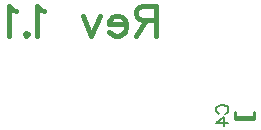
<source format=gbr>
G04 DipTrace 2.4.0.2*
%INBottomSilk.gbr*%
%MOMM*%
%ADD10C,0.254*%
%ADD32C,0.391*%
%ADD99C,0.157*%
%FSLAX53Y53*%
G04*
G71*
G90*
G75*
G01*
%LNBotSilk*%
%LPD*%
X70901Y85340D2*
D10*
X72499D1*
X70901Y85151D2*
X72499D1*
X70901D2*
Y85749D1*
X72499Y85151D2*
Y85749D1*
X69555Y85607D2*
D99*
X69458Y85655D1*
X69360Y85753D1*
X69312Y85849D1*
Y86044D1*
X69360Y86141D1*
X69458Y86238D1*
X69555Y86287D1*
X69701Y86336D1*
X69944D1*
X70089Y86287D1*
X70187Y86238D1*
X70284Y86141D1*
X70333Y86044D1*
Y85849D1*
X70284Y85753D1*
X70187Y85655D1*
X70089Y85607D1*
X70333Y84807D2*
X69313D1*
X69993Y85293D1*
Y84564D1*
X64192Y93532D2*
D32*
X63100D1*
X62735Y93656D1*
X62612Y93776D1*
X62491Y94018D1*
Y94262D1*
X62612Y94504D1*
X62735Y94627D1*
X63100Y94748D1*
X64192D1*
Y92196D1*
X63342Y93532D2*
X62491Y92196D1*
X61707Y93167D2*
X60250D1*
Y93411D1*
X60370Y93656D1*
X60491Y93776D1*
X60735Y93897D1*
X61100D1*
X61342Y93776D1*
X61586Y93532D1*
X61707Y93167D1*
Y92926D1*
X61586Y92561D1*
X61342Y92319D1*
X61100Y92196D1*
X60735D1*
X60491Y92319D1*
X60250Y92561D1*
X59465Y93897D2*
X58735Y92196D1*
X58008Y93897D1*
X54755Y94259D2*
X54511Y94383D1*
X54146Y94745D1*
Y92196D1*
X53240Y92440D2*
X53361Y92316D1*
X53240Y92196D1*
X53117Y92316D1*
X53240Y92440D1*
X52333Y94259D2*
X52088Y94383D1*
X51723Y94745D1*
Y92196D1*
M02*

</source>
